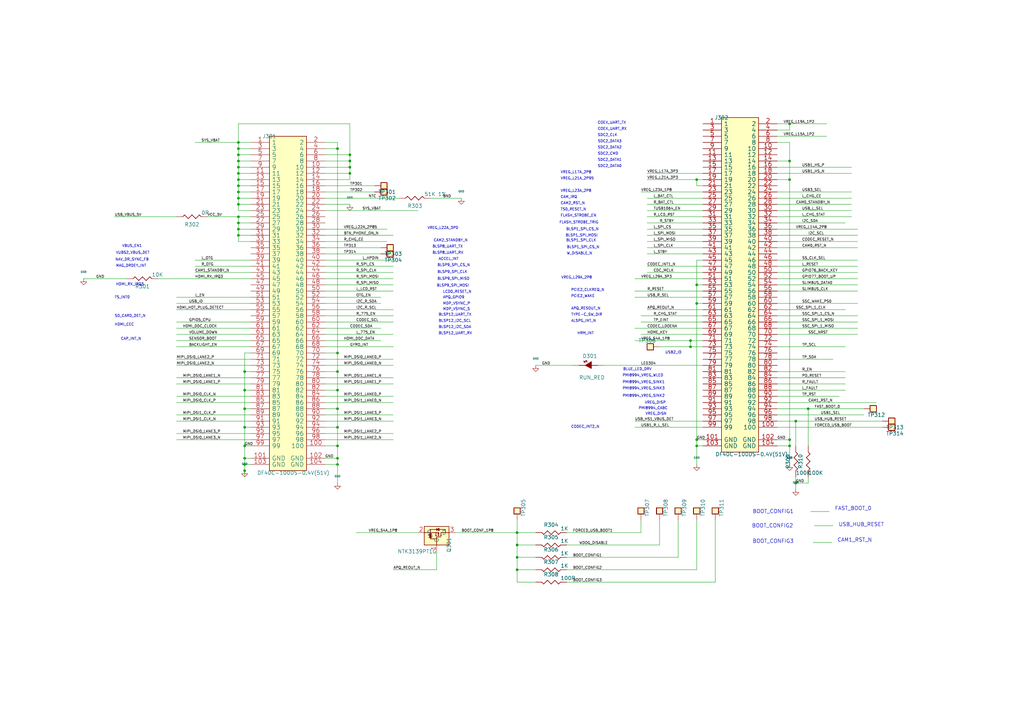
<source format=kicad_sch>
(kicad_sch (version 20211123) (generator eeschema)
  (paper "A3")
  (lib_symbols
    (symbol "Wireless Video Glass:DF40C-100DS-0.4V(51V)" (pin_names (offset 1.016))
      (property "Reference" "J" (at 0 0 0))
      (property "Value" "DF40C-100DS-0.4V(51V)" (at -2.54 -138.938 0))
      (symbol "DF40C-100DS-0.4V(51V)_0_1"
        (pin passive line (at -7.62 -2.54 0) (length 7.62) (name "1") (number "1"))
        (pin passive line (at 22.86 -12.7 180) (length 7.62) (name "10") (number "10"))
        (pin passive line (at 22.86 -127 180) (length 7.62) (name "100") (number "100"))
        (pin passive line (at -7.62 -132.08 0) (length 7.62) (name "GND") (number "101"))
        (pin passive line (at 22.86 -132.08 180) (length 7.62) (name "GND") (number "102"))
        (pin passive line (at -7.62 -134.62 0) (length 7.62) (name "GND") (number "103"))
        (pin passive line (at 22.86 -134.62 180) (length 7.62) (name "GND") (number "104"))
        (pin passive line (at -7.62 -15.24 0) (length 7.62) (name "11") (number "11"))
        (pin passive line (at 22.86 -15.24 180) (length 7.62) (name "12") (number "12"))
        (pin passive line (at -7.62 -17.78 0) (length 7.62) (name "13") (number "13"))
        (pin passive line (at 22.86 -17.78 180) (length 7.62) (name "14") (number "14"))
        (pin passive line (at -7.62 -20.32 0) (length 7.62) (name "15") (number "15"))
        (pin passive line (at 22.86 -20.32 180) (length 7.62) (name "16") (number "16"))
        (pin passive line (at -7.62 -22.86 0) (length 7.62) (name "17") (number "17"))
        (pin passive line (at 22.86 -22.86 180) (length 7.62) (name "18") (number "18"))
        (pin passive line (at -7.62 -25.4 0) (length 7.62) (name "19") (number "19"))
        (pin passive line (at 22.86 -2.54 180) (length 7.62) (name "2") (number "2"))
        (pin passive line (at 22.86 -25.4 180) (length 7.62) (name "20") (number "20"))
        (pin passive line (at -7.62 -27.94 0) (length 7.62) (name "21") (number "21"))
        (pin passive line (at 22.86 -27.94 180) (length 7.62) (name "22") (number "22"))
        (pin passive line (at -7.62 -30.48 0) (length 7.62) (name "23") (number "23"))
        (pin passive line (at 22.86 -30.48 180) (length 7.62) (name "24") (number "24"))
        (pin passive line (at -7.62 -33.02 0) (length 7.62) (name "25") (number "25"))
        (pin passive line (at 22.86 -33.02 180) (length 7.62) (name "26") (number "26"))
        (pin passive line (at -7.62 -35.56 0) (length 7.62) (name "27") (number "27"))
        (pin passive line (at 22.86 -35.56 180) (length 7.62) (name "28") (number "28"))
        (pin passive line (at -7.62 -38.1 0) (length 7.62) (name "29") (number "29"))
        (pin passive line (at -7.62 -5.08 0) (length 7.62) (name "3") (number "3"))
        (pin passive line (at 22.86 -38.1 180) (length 7.62) (name "30") (number "30"))
        (pin passive line (at -7.62 -40.64 0) (length 7.62) (name "31") (number "31"))
        (pin passive line (at 22.86 -40.64 180) (length 7.62) (name "32") (number "32"))
        (pin passive line (at -7.62 -43.18 0) (length 7.62) (name "33") (number "33"))
        (pin passive line (at 22.86 -43.18 180) (length 7.62) (name "34") (number "34"))
        (pin passive line (at -7.62 -45.72 0) (length 7.62) (name "35") (number "35"))
        (pin passive line (at 22.86 -45.72 180) (length 7.62) (name "36") (number "36"))
        (pin passive line (at -7.62 -48.26 0) (length 7.62) (name "37") (number "37"))
        (pin passive line (at 22.86 -48.26 180) (length 7.62) (name "38") (number "38"))
        (pin passive line (at -7.62 -50.8 0) (length 7.62) (name "39") (number "39"))
        (pin passive line (at 22.86 -5.08 180) (length 7.62) (name "4") (number "4"))
        (pin passive line (at 22.86 -50.8 180) (length 7.62) (name "40") (number "40"))
        (pin passive line (at -7.62 -53.34 0) (length 7.62) (name "41") (number "41"))
        (pin passive line (at 22.86 -53.34 180) (length 7.62) (name "42") (number "42"))
        (pin passive line (at -7.62 -55.88 0) (length 7.62) (name "43") (number "43"))
        (pin passive line (at 22.86 -55.88 180) (length 7.62) (name "44") (number "44"))
        (pin passive line (at -7.62 -58.42 0) (length 7.62) (name "45") (number "45"))
        (pin passive line (at 22.86 -58.42 180) (length 7.62) (name "46") (number "46"))
        (pin passive line (at -7.62 -60.96 0) (length 7.62) (name "47") (number "47"))
        (pin passive line (at 22.86 -60.96 180) (length 7.62) (name "48") (number "48"))
        (pin passive line (at -7.62 -63.5 0) (length 7.62) (name "49") (number "49"))
        (pin passive line (at -7.62 -7.62 0) (length 7.62) (name "5") (number "5"))
        (pin passive line (at 22.86 -63.5 180) (length 7.62) (name "50") (number "50"))
        (pin passive line (at -7.62 -66.04 0) (length 7.62) (name "51") (number "51"))
        (pin passive line (at 22.86 -66.04 180) (length 7.62) (name "52") (number "52"))
        (pin passive line (at -7.62 -68.58 0) (length 7.62) (name "53") (number "53"))
        (pin passive line (at 22.86 -68.58 180) (length 7.62) (name "54") (number "54"))
        (pin passive line (at -7.62 -71.12 0) (length 7.62) (name "55") (number "55"))
        (pin passive line (at 22.86 -71.12 180) (length 7.62) (name "56") (number "56"))
        (pin passive line (at -7.62 -73.66 0) (length 7.62) (name "57") (number "57"))
        (pin passive line (at 22.86 -73.66 180) (length 7.62) (name "58") (number "58"))
        (pin passive line (at -7.62 -76.2 0) (length 7.62) (name "59") (number "59"))
        (pin passive line (at 22.86 -7.62 180) (length 7.62) (name "6") (number "6"))
        (pin passive line (at 22.86 -76.2 180) (length 7.62) (name "60") (number "60"))
        (pin passive line (at -7.62 -78.74 0) (length 7.62) (name "61") (number "61"))
        (pin passive line (at 22.86 -78.74 180) (length 7.62) (name "62") (number "62"))
        (pin passive line (at -7.62 -81.28 0) (length 7.62) (name "63") (number "63"))
        (pin passive line (at 22.86 -81.28 180) (length 7.62) (name "64") (number "64"))
        (pin passive line (at -7.62 -83.82 0) (length 7.62) (name "65") (number "65"))
        (pin passive line (at 22.86 -83.82 180) (length 7.62) (name "66") (number "66"))
        (pin passive line (at -7.62 -86.36 0) (length 7.62) (name "67") (number "67"))
        (pin passive line (at 22.86 -86.36 180) (length 7.62) (name "68") (number "68"))
        (pin passive line (at -7.62 -88.9 0) (length 7.62) (name "69") (number "69"))
        (pin passive line (at -7.62 -10.16 0) (length 7.62) (name "7") (number "7"))
        (pin passive line (at 22.86 -88.9 180) (length 7.62) (name "70") (number "70"))
        (pin passive line (at -7.62 -91.44 0) (length 7.62) (name "71") (number "71"))
        (pin passive line (at 22.86 -91.44 180) (length 7.62) (name "72") (number "72"))
        (pin passive line (at -7.62 -93.98 0) (length 7.62) (name "73") (number "73"))
        (pin passive line (at 22.86 -93.98 180) (length 7.62) (name "74") (number "74"))
        (pin passive line (at -7.62 -96.52 0) (length 7.62) (name "75") (number "75"))
        (pin passive line (at 22.86 -96.52 180) (length 7.62) (name "76") (number "76"))
        (pin passive line (at -7.62 -99.06 0) (length 7.62) (name "77") (number "77"))
        (pin passive line (at 22.86 -99.06 180) (length 7.62) (name "78") (number "78"))
        (pin passive line (at -7.62 -101.6 0) (length 7.62) (name "79") (number "79"))
        (pin passive line (at 22.86 -10.16 180) (length 7.62) (name "8") (number "8"))
        (pin passive line (at 22.86 -101.6 180) (length 7.62) (name "80") (number "80"))
        (pin passive line (at -7.62 -104.14 0) (length 7.62) (name "81") (number "81"))
        (pin passive line (at 22.86 -104.14 180) (length 7.62) (name "82") (number "82"))
        (pin passive line (at -7.62 -106.68 0) (length 7.62) (name "83") (number "83"))
        (pin passive line (at 22.86 -106.68 180) (length 7.62) (name "84") (number "84"))
        (pin passive line (at -7.62 -109.22 0) (length 7.62) (name "85") (number "85"))
        (pin passive line (at 22.86 -109.22 180) (length 7.62) (name "86") (number "86"))
        (pin passive line (at -7.62 -111.76 0) (length 7.62) (name "87") (number "87"))
        (pin passive line (at 22.86 -111.76 180) (length 7.62) (name "88") (number "88"))
        (pin passive line (at -7.62 -114.3 0) (length 7.62) (name "89") (number "89"))
        (pin passive line (at -7.62 -12.7 0) (length 7.62) (name "9") (number "9"))
        (pin passive line (at 22.86 -114.3 180) (length 7.62) (name "90") (number "90"))
        (pin passive line (at -7.62 -116.84 0) (length 7.62) (name "91") (number "91"))
        (pin passive line (at 22.86 -116.84 180) (length 7.62) (name "92") (number "92"))
        (pin passive line (at -7.62 -119.38 0) (length 7.62) (name "93") (number "93"))
        (pin passive line (at 22.86 -119.38 180) (length 7.62) (name "94") (number "94"))
        (pin passive line (at -7.62 -121.92 0) (length 7.62) (name "95") (number "95"))
        (pin passive line (at 22.86 -121.92 180) (length 7.62) (name "96") (number "96"))
        (pin passive line (at -7.62 -124.46 0) (length 7.62) (name "97") (number "97"))
        (pin passive line (at 22.86 -124.46 180) (length 7.62) (name "98") (number "98"))
        (pin passive line (at -7.62 -127 0) (length 7.62) (name "99") (number "99"))
      )
    )
    (symbol "Wireless Video Glass:LED" (pin_numbers hide) (pin_names (offset 0) hide)
      (property "Reference" "D" (at -1.27 -3.175 90))
      (property "Value" "LED" (at 6.35 -5.08 90))
      (symbol "LED_0_1"
        (pin passive line (at 2.54 2.54 270) (length 2.54) (name "+") (number "1"))
        (pin passive line (at 2.54 -10.16 90) (length 2.54) (name "-") (number "2"))
      )
    )
    (symbol "Wireless Video Glass:PMOSFET" (pin_names (offset 1.016))
      (property "Reference" "Q" (at 0 0 0))
      (property "Value" "PMOSFET" (at -5.08 -1.778 90))
      (symbol "PMOSFET_0_1"
        (pin passive line (at 2.54 5.08 180) (length 2.54) (name "G") (number "1"))
        (pin passive line (at -5.08 12.7 270) (length 2.54) (name "S") (number "2"))
        (pin passive line (at -5.08 -2.54 90) (length 2.54) (name "D") (number "3"))
      )
    )
    (symbol "Wireless Video Glass:R" (pin_numbers hide) (pin_names (offset 0) hide)
      (property "Reference" "R" (at -0.635 -3.81 90))
      (property "Value" "R" (at 6.35 -4.445 90))
      (symbol "R_0_1"
        (pin passive line (at 2.54 2.54 270) (length 2.54) (name "1") (number "1"))
        (pin passive line (at 2.54 -10.16 90) (length 2.54) (name "2") (number "2"))
      )
    )
    (symbol "Wireless Video Glass:T_POINT_S" (pin_numbers hide) (pin_names (offset 1.016) hide)
      (property "Reference" "TP" (at 0 0 0))
      (symbol "T_POINT_S_1_1"
        (pin passive line (at 5.08 -2.54 180) (length 2.54) (name "1") (number "1"))
      )
    )
    (symbol "power:GND" (power) (pin_names (offset 0))
      (property "Value" "GND" (at 0 -3.81 0))
      (symbol "GND_1_1"
        (pin power_in line (at 0 0 270) (length 0) hide (name "GND") (number "1"))
      )
    )
  )
  (junction (at 143.51 71.12))
  (junction (at 138.43 167.64))
  (junction (at 285.75 73.66))
  (junction (at 100.33 190.5))
  (junction (at 97.79 83.82))
  (junction (at 283.21 139.7))
  (junction (at 100.33 187.96))
  (junction (at 212.09 218.44))
  (junction (at 212.09 233.68))
  (junction (at 323.85 50.8))
  (junction (at 138.43 144.78))
  (junction (at 100.33 193.04))
  (junction (at 138.43 160.02))
  (junction (at 285.75 182.88))
  (junction (at 97.79 60.96))
  (junction (at 97.79 76.2))
  (junction (at 212.09 228.6))
  (junction (at 138.43 182.88))
  (junction (at 326.39 172.72))
  (junction (at 326.39 198.12))
  (junction (at 143.51 68.58))
  (junction (at 331.47 167.64))
  (junction (at 285.75 124.46))
  (junction (at 97.79 81.28))
  (junction (at 97.79 78.74))
  (junction (at 138.43 152.4))
  (junction (at 97.79 58.42))
  (junction (at 285.75 180.34))
  (junction (at 97.79 63.5))
  (junction (at 97.79 91.44))
  (junction (at 138.43 175.26))
  (junction (at 97.79 93.98))
  (junction (at 97.79 71.12))
  (junction (at 143.51 63.5))
  (junction (at 97.79 73.66))
  (junction (at 100.33 167.64))
  (junction (at 323.85 182.88))
  (junction (at 323.85 180.34))
  (junction (at 97.79 66.04))
  (junction (at 100.33 160.02))
  (junction (at 97.79 68.58))
  (junction (at 100.33 182.88))
  (junction (at 138.43 60.96))
  (junction (at 138.43 187.96))
  (junction (at 97.79 88.9))
  (junction (at 323.85 73.66))
  (junction (at 323.85 66.04))
  (junction (at 143.51 66.04))
  (junction (at 100.33 175.26))
  (junction (at 212.09 223.52))
  (junction (at 100.33 152.4))
  (junction (at 285.75 116.84))
  (junction (at 97.79 96.52))
  (junction (at 283.21 142.24))
  (junction (at 138.43 190.5))
  (wire (pts (xy 133.35 121.92) (xy 156.21 121.92)))
  (wire (pts (xy 97.79 58.42) (xy 80.01 58.42)))
  (wire (pts (xy 318.77 119.38) (xy 351.79 119.38)))
  (wire (pts (xy 133.35 180.34) (xy 161.29 180.34)))
  (wire (pts (xy 72.39 147.32) (xy 102.87 147.32)))
  (wire (pts (xy 80.01 106.68) (xy 102.87 106.68)))
  (wire (pts (xy 331.47 198.12) (xy 326.39 198.12)))
  (wire (pts (xy 318.77 73.66) (xy 323.85 73.66)))
  (wire (pts (xy 97.79 78.74) (xy 102.87 78.74)))
  (wire (pts (xy 100.33 175.26) (xy 100.33 182.88)))
  (wire (pts (xy 318.77 78.74) (xy 349.25 78.74)))
  (wire (pts (xy 97.79 91.44) (xy 97.79 93.98)))
  (wire (pts (xy 318.77 157.48) (xy 346.71 157.48)))
  (wire (pts (xy 212.09 223.52) (xy 219.71 223.52)))
  (wire (pts (xy 341.63 215.646) (xy 334.01 215.646)))
  (wire (pts (xy 72.39 165.1) (xy 102.87 165.1)))
  (wire (pts (xy 323.85 180.34) (xy 318.77 180.34)))
  (wire (pts (xy 102.87 88.9) (xy 97.79 88.9)))
  (wire (pts (xy 318.77 81.28) (xy 349.25 81.28)))
  (wire (pts (xy 100.33 152.4) (xy 100.33 160.02)))
  (wire (pts (xy 340.106 209.804) (xy 332.486 209.804)))
  (wire (pts (xy 318.77 99.06) (xy 351.79 99.06)))
  (wire (pts (xy 179.07 233.68) (xy 161.29 233.68)))
  (wire (pts (xy 318.77 127) (xy 346.71 127)))
  (wire (pts (xy 97.79 78.74) (xy 97.79 81.28)))
  (wire (pts (xy 323.85 182.88) (xy 323.85 190.5)))
  (wire (pts (xy 133.35 60.96) (xy 138.43 60.96)))
  (wire (pts (xy 318.77 55.88) (xy 339.09 55.88)))
  (wire (pts (xy 133.35 167.64) (xy 138.43 167.64)))
  (wire (pts (xy 285.75 182.88) (xy 288.29 182.88)))
  (wire (pts (xy 133.35 66.04) (xy 143.51 66.04)))
  (wire (pts (xy 100.33 175.26) (xy 102.87 175.26)))
  (wire (pts (xy 285.75 124.46) (xy 285.75 180.34)))
  (wire (pts (xy 278.13 228.6) (xy 278.13 213.36)))
  (wire (pts (xy 212.09 218.44) (xy 212.09 223.52)))
  (wire (pts (xy 133.35 139.7) (xy 156.21 139.7)))
  (wire (pts (xy 133.35 129.54) (xy 161.29 129.54)))
  (wire (pts (xy 285.75 73.66) (xy 265.43 73.66)))
  (wire (pts (xy 232.41 228.6) (xy 278.13 228.6)))
  (wire (pts (xy 143.51 66.04) (xy 143.51 68.58)))
  (wire (pts (xy 265.43 86.36) (xy 288.29 86.36)))
  (wire (pts (xy 72.39 88.9) (xy 46.99 88.9)))
  (wire (pts (xy 212.09 213.36) (xy 212.09 218.44)))
  (wire (pts (xy 72.39 142.24) (xy 102.87 142.24)))
  (wire (pts (xy 133.35 157.48) (xy 161.29 157.48)))
  (wire (pts (xy 133.35 116.84) (xy 161.29 116.84)))
  (wire (pts (xy 97.79 86.36) (xy 102.87 86.36)))
  (wire (pts (xy 285.75 233.68) (xy 285.75 213.36)))
  (wire (pts (xy 176.53 81.28) (xy 189.23 81.28)))
  (wire (pts (xy 293.37 238.76) (xy 293.37 213.36)))
  (wire (pts (xy 72.39 149.86) (xy 102.87 149.86)))
  (wire (pts (xy 100.33 144.78) (xy 100.33 152.4)))
  (wire (pts (xy 265.43 91.44) (xy 288.29 91.44)))
  (wire (pts (xy 133.35 78.74) (xy 153.67 78.74)))
  (wire (pts (xy 318.77 53.34) (xy 323.85 53.34)))
  (wire (pts (xy 285.75 124.46) (xy 288.29 124.46)))
  (wire (pts (xy 318.77 165.1) (xy 359.41 165.1)))
  (wire (pts (xy 326.39 172.72) (xy 326.39 182.88)))
  (wire (pts (xy 323.85 58.42) (xy 323.85 66.04)))
  (wire (pts (xy 100.33 160.02) (xy 100.33 167.64)))
  (wire (pts (xy 265.43 93.98) (xy 288.29 93.98)))
  (wire (pts (xy 133.35 147.32) (xy 161.29 147.32)))
  (wire (pts (xy 318.77 58.42) (xy 323.85 58.42)))
  (wire (pts (xy 143.51 63.5) (xy 143.51 66.04)))
  (wire (pts (xy 262.89 218.44) (xy 262.89 213.36)))
  (wire (pts (xy 288.29 73.66) (xy 285.75 73.66)))
  (wire (pts (xy 283.21 142.24) (xy 270.51 142.24)))
  (wire (pts (xy 143.51 68.58) (xy 143.51 71.12)))
  (wire (pts (xy 138.43 58.42) (xy 138.43 60.96)))
  (wire (pts (xy 219.71 218.44) (xy 212.09 218.44)))
  (wire (pts (xy 265.43 83.82) (xy 288.29 83.82)))
  (wire (pts (xy 326.39 198.12) (xy 326.39 200.66)))
  (wire (pts (xy 138.43 167.64) (xy 138.43 175.26)))
  (wire (pts (xy 262.89 137.16) (xy 288.29 137.16)))
  (wire (pts (xy 285.75 182.88) (xy 285.75 190.5)))
  (wire (pts (xy 97.79 63.5) (xy 97.79 66.04)))
  (wire (pts (xy 100.33 182.88) (xy 100.33 187.96)))
  (wire (pts (xy 133.35 172.72) (xy 161.29 172.72)))
  (wire (pts (xy 97.79 88.9) (xy 85.09 88.9)))
  (wire (pts (xy 138.43 187.96) (xy 138.43 190.5)))
  (wire (pts (xy 285.75 76.2) (xy 288.29 76.2)))
  (wire (pts (xy 133.35 132.08) (xy 161.29 132.08)))
  (wire (pts (xy 133.35 152.4) (xy 138.43 152.4)))
  (wire (pts (xy 323.85 53.34) (xy 323.85 50.8)))
  (wire (pts (xy 265.43 104.14) (xy 288.29 104.14)))
  (wire (pts (xy 102.87 58.42) (xy 97.79 58.42)))
  (wire (pts (xy 331.47 195.58) (xy 331.47 198.12)))
  (wire (pts (xy 97.79 68.58) (xy 102.87 68.58)))
  (wire (pts (xy 64.77 114.3) (xy 102.87 114.3)))
  (wire (pts (xy 133.35 63.5) (xy 143.51 63.5)))
  (wire (pts (xy 97.79 50.8) (xy 97.79 58.42)))
  (wire (pts (xy 260.35 114.3) (xy 288.29 114.3)))
  (wire (pts (xy 318.77 86.36) (xy 349.25 86.36)))
  (wire (pts (xy 260.35 119.38) (xy 288.29 119.38)))
  (wire (pts (xy 72.39 134.62) (xy 102.87 134.62)))
  (wire (pts (xy 265.43 111.76) (xy 288.29 111.76)))
  (wire (pts (xy 133.35 190.5) (xy 138.43 190.5)))
  (wire (pts (xy 133.35 177.8) (xy 161.29 177.8)))
  (wire (pts (xy 212.09 233.68) (xy 219.71 233.68)))
  (wire (pts (xy 143.51 50.8) (xy 97.79 50.8)))
  (wire (pts (xy 331.47 167.64) (xy 331.47 182.88)))
  (wire (pts (xy 72.39 121.92) (xy 102.87 121.92)))
  (wire (pts (xy 97.79 60.96) (xy 97.79 63.5)))
  (wire (pts (xy 260.35 175.26) (xy 288.29 175.26)))
  (wire (pts (xy 102.87 182.88) (xy 100.33 182.88)))
  (wire (pts (xy 97.79 60.96) (xy 102.87 60.96)))
  (wire (pts (xy 318.77 111.76) (xy 351.79 111.76)))
  (wire (pts (xy 97.79 81.28) (xy 97.79 83.82)))
  (wire (pts (xy 260.35 134.62) (xy 288.29 134.62)))
  (wire (pts (xy 133.35 106.68) (xy 161.29 106.68)))
  (wire (pts (xy 318.77 137.16) (xy 351.79 137.16)))
  (wire (pts (xy 97.79 71.12) (xy 102.87 71.12)))
  (wire (pts (xy 331.47 167.64) (xy 318.77 167.64)))
  (wire (pts (xy 133.35 137.16) (xy 161.29 137.16)))
  (wire (pts (xy 133.35 83.82) (xy 143.51 83.82)))
  (wire (pts (xy 97.79 76.2) (xy 97.79 78.74)))
  (wire (pts (xy 133.35 127) (xy 161.29 127)))
  (wire (pts (xy 100.33 187.96) (xy 100.33 190.5)))
  (wire (pts (xy 133.35 93.98) (xy 158.75 93.98)))
  (wire (pts (xy 97.79 88.9) (xy 97.79 91.44)))
  (wire (pts (xy 72.39 172.72) (xy 102.87 172.72)))
  (wire (pts (xy 133.35 119.38) (xy 161.29 119.38)))
  (wire (pts (xy 100.33 167.64) (xy 100.33 175.26)))
  (wire (pts (xy 318.77 154.94) (xy 346.71 154.94)))
  (wire (pts (xy 288.29 106.68) (xy 285.75 106.68)))
  (wire (pts (xy 138.43 190.5) (xy 138.43 198.12)))
  (wire (pts (xy 72.39 177.8) (xy 102.87 177.8)))
  (wire (pts (xy 318.77 83.82) (xy 349.25 83.82)))
  (wire (pts (xy 97.79 81.28) (xy 102.87 81.28)))
  (wire (pts (xy 133.35 134.62) (xy 156.21 134.62)))
  (wire (pts (xy 232.41 223.52) (xy 270.51 223.52)))
  (wire (pts (xy 97.79 83.82) (xy 102.87 83.82)))
  (wire (pts (xy 72.39 124.46) (xy 102.87 124.46)))
  (wire (pts (xy 318.77 93.98) (xy 351.79 93.98)))
  (wire (pts (xy 318.77 175.26) (xy 361.95 175.26)))
  (wire (pts (xy 156.21 101.6) (xy 133.35 101.6)))
  (wire (pts (xy 283.21 139.7) (xy 260.35 139.7)))
  (wire (pts (xy 97.79 96.52) (xy 97.79 99.06)))
  (wire (pts (xy 323.85 50.8) (xy 318.77 50.8)))
  (wire (pts (xy 133.35 96.52) (xy 161.29 96.52)))
  (wire (pts (xy 318.77 101.6) (xy 351.79 101.6)))
  (wire (pts (xy 262.89 78.74) (xy 288.29 78.74)))
  (wire (pts (xy 288.29 142.24) (xy 283.21 142.24)))
  (wire (pts (xy 138.43 160.02) (xy 138.43 167.64)))
  (wire (pts (xy 318.77 129.54) (xy 351.79 129.54)))
  (wire (pts (xy 100.33 190.5) (xy 100.33 193.04)))
  (wire (pts (xy 265.43 71.12) (xy 288.29 71.12)))
  (wire (pts (xy 285.75 180.34) (xy 285.75 182.88)))
  (wire (pts (xy 133.35 111.76) (xy 161.29 111.76)))
  (wire (pts (xy 318.77 106.68) (xy 351.79 106.68)))
  (wire (pts (xy 354.33 167.64) (xy 331.47 167.64)))
  (wire (pts (xy 133.35 86.36) (xy 171.45 86.36)))
  (wire (pts (xy 102.87 144.78) (xy 100.33 144.78)))
  (wire (pts (xy 318.77 160.02) (xy 346.71 160.02)))
  (wire (pts (xy 351.79 114.3) (xy 318.77 114.3)))
  (wire (pts (xy 232.41 238.76) (xy 293.37 238.76)))
  (wire (pts (xy 285.75 73.66) (xy 285.75 76.2)))
  (wire (pts (xy 212.09 223.52) (xy 212.09 228.6)))
  (wire (pts (xy 133.35 114.3) (xy 161.29 114.3)))
  (wire (pts (xy 133.35 149.86) (xy 161.29 149.86)))
  (wire (pts (xy 318.77 152.4) (xy 346.71 152.4)))
  (wire (pts (xy 212.09 218.44) (xy 186.69 218.44)))
  (wire (pts (xy 361.95 172.72) (xy 326.39 172.72)))
  (wire (pts (xy 72.39 162.56) (xy 102.87 162.56)))
  (wire (pts (xy 262.89 129.54) (xy 288.29 129.54)))
  (wire (pts (xy 318.77 66.04) (xy 323.85 66.04)))
  (wire (pts (xy 318.77 116.84) (xy 351.79 116.84)))
  (wire (pts (xy 133.35 162.56) (xy 161.29 162.56)))
  (wire (pts (xy 288.29 149.86) (xy 247.65 149.86)))
  (wire (pts (xy 262.89 132.08) (xy 288.29 132.08)))
  (wire (pts (xy 72.39 157.48) (xy 102.87 157.48)))
  (wire (pts (xy 288.29 139.7) (xy 283.21 139.7)))
  (wire (pts (xy 133.35 165.1) (xy 161.29 165.1)))
  (wire (pts (xy 133.35 142.24) (xy 161.29 142.24)))
  (wire (pts (xy 341.122 222.504) (xy 333.502 222.504)))
  (wire (pts (xy 232.41 233.68) (xy 285.75 233.68)))
  (wire (pts (xy 100.33 152.4) (xy 102.87 152.4)))
  (wire (pts (xy 318.77 182.88) (xy 323.85 182.88)))
  (wire (pts (xy 97.79 73.66) (xy 97.79 76.2)))
  (wire (pts (xy 323.85 66.04) (xy 323.85 73.66)))
  (wire (pts (xy 339.09 50.8) (xy 323.85 50.8)))
  (wire (pts (xy 34.29 114.3) (xy 52.07 114.3)))
  (wire (pts (xy 265.43 96.52) (xy 288.29 96.52)))
  (wire (pts (xy 326.39 172.72) (xy 318.77 172.72)))
  (wire (pts (xy 97.79 66.04) (xy 102.87 66.04)))
  (wire (pts (xy 97.79 91.44) (xy 102.87 91.44)))
  (wire (pts (xy 265.43 88.9) (xy 288.29 88.9)))
  (wire (pts (xy 133.35 99.06) (xy 158.75 99.06)))
  (wire (pts (xy 138.43 182.88) (xy 138.43 187.96)))
  (wire (pts (xy 318.77 68.58) (xy 349.25 68.58)))
  (wire (pts (xy 72.39 139.7) (xy 102.87 139.7)))
  (wire (pts (xy 265.43 101.6) (xy 288.29 101.6)))
  (wire (pts (xy 212.09 233.68) (xy 212.09 238.76)))
  (wire (pts (xy 143.51 71.12) (xy 133.35 71.12)))
  (wire (pts (xy 100.33 167.64) (xy 102.87 167.64)))
  (wire (pts (xy 97.79 93.98) (xy 97.79 96.52)))
  (wire (pts (xy 133.35 182.88) (xy 138.43 182.88)))
  (wire (pts (xy 318.77 124.46) (xy 351.79 124.46)))
  (wire (pts (xy 97.79 73.66) (xy 102.87 73.66)))
  (wire (pts (xy 72.39 180.34) (xy 102.87 180.34)))
  (wire (pts (xy 133.35 68.58) (xy 143.51 68.58)))
  (wire (pts (xy 133.35 154.94) (xy 161.29 154.94)))
  (wire (pts (xy 97.79 63.5) (xy 102.87 63.5)))
  (wire (pts (xy 146.05 218.44) (xy 171.45 218.44)))
  (wire (pts (xy 102.87 190.5) (xy 100.33 190.5)))
  (wire (pts (xy 97.79 96.52) (xy 102.87 96.52)))
  (wire (pts (xy 265.43 99.06) (xy 288.29 99.06)))
  (wire (pts (xy 285.75 106.68) (xy 285.75 116.84)))
  (wire (pts (xy 80.01 109.22) (xy 102.87 109.22)))
  (wire (pts (xy 133.35 73.66) (xy 143.51 73.66)))
  (wire (pts (xy 260.35 172.72) (xy 288.29 172.72)))
  (wire (pts (xy 283.21 139.7) (xy 283.21 142.24)))
  (wire (pts (xy 138.43 175.26) (xy 138.43 182.88)))
  (wire (pts (xy 212.09 228.6) (xy 219.71 228.6)))
  (wire (pts (xy 318.77 162.56) (xy 344.17 162.56)))
  (wire (pts (xy 265.43 127) (xy 288.29 127)))
  (wire (pts (xy 318.77 91.44) (xy 346.71 91.44)))
  (wire (pts (xy 97.79 76.2) (xy 102.87 76.2)))
  (wire (pts (xy 133.35 124.46) (xy 156.21 124.46)))
  (wire (pts (xy 133.35 187.96) (xy 138.43 187.96)))
  (wire (pts (xy 318.77 134.62) (xy 351.79 134.62)))
  (wire (pts (xy 133.35 58.42) (xy 138.43 58.42)))
  (wire (pts (xy 133.35 109.22) (xy 161.29 109.22)))
  (wire (pts (xy 133.35 104.14) (xy 156.21 104.14)))
  (wire (pts (xy 179.07 226.06) (xy 179.07 233.68)))
  (wire (pts (xy 97.79 99.06) (xy 102.87 99.06)))
  (wire (pts (xy 219.71 149.86) (xy 234.95 149.86)))
  (wire (pts (xy 72.39 127) (xy 102.87 127)))
  (wire (pts (xy 265.43 81.28) (xy 288.29 81.28)))
  (wire (pts (xy 318.77 109.22) (xy 351.79 109.22)))
  (wire (pts (xy 323.85 180.34) (xy 323.85 182.88)))
  (wire (pts (xy 260.35 121.92) (xy 288.29 121.92)))
  (wire (pts (xy 323.85 73.66) (xy 323.85 180.34)))
  (wire (pts (xy 318.77 132.08) (xy 351.79 132.08)))
  (wire (pts (xy 318.77 142.24) (xy 346.71 142.24)))
  (wire (pts (xy 285.75 180.34) (xy 288.29 180.34)))
  (wire (pts (xy 100.33 193.04) (xy 100.33 195.58)))
  (wire (pts (xy 138.43 152.4) (xy 138.43 160.02)))
  (wire (pts (xy 212.09 238.76) (xy 219.71 238.76)))
  (wire (pts (xy 138.43 144.78) (xy 138.43 152.4)))
  (wire (pts (xy 318.77 71.12) (xy 349.25 71.12)))
  (wire (pts (xy 97.79 66.04) (xy 97.79 68.58)))
  (wire (pts (xy 285.75 116.84) (xy 285.75 124.46)))
  (wire (pts (xy 285.75 116.84) (xy 288.29 116.84)))
  (wire (pts (xy 143.51 63.5) (xy 143.51 50.8)))
  (wire (pts (xy 133.35 160.02) (xy 138.43 160.02)))
  (wire (pts (xy 100.33 187.96) (xy 102.87 187.96)))
  (wire (pts (xy 72.39 170.18) (xy 102.87 170.18)))
  (wire (pts (xy 133.35 170.18) (xy 161.29 170.18)))
  (wire (pts (xy 265.43 109.22) (xy 288.29 109.22)))
  (wire (pts (xy 318.77 88.9) (xy 349.25 88.9)))
  (wire (pts (xy 133.35 81.28) (xy 163.83 81.28)))
  (wire (pts (xy 318.77 147.32) (xy 341.63 147.32)))
  (wire (pts (xy 97.79 68.58) (xy 97.79 71.12)))
  (wire (pts (xy 270.51 223.52) (xy 270.51 213.36)))
  (wire (pts (xy 72.39 154.94) (xy 102.87 154.94)))
  (wire (pts (xy 97.79 58.42) (xy 97.79 60.96)))
  (wire (pts (xy 80.01 111.76) (xy 102.87 111.76)))
  (wire (pts (xy 143.51 73.66) (xy 143.51 71.12)))
  (wire (pts (xy 133.35 175.26) (xy 138.43 175.26)))
  (wire (pts (xy 318.77 96.52) (xy 351.79 96.52)))
  (wire (pts (xy 97.79 93.98) (xy 102.87 93.98)))
  (wire (pts (xy 97.79 83.82) (xy 97.79 86.36)))
  (wire (pts (xy 133.35 144.78) (xy 138.43 144.78)))
  (wire (pts (xy 138.43 60.96) (xy 138.43 144.78)))
  (wire (pts (xy 212.09 228.6) (xy 212.09 233.68)))
  (wire (pts (xy 232.41 218.44) (xy 262.89 218.44)))
  (wire (pts (xy 133.35 76.2) (xy 153.67 76.2)))
  (wire (pts (xy 326.39 195.58) (xy 326.39 198.12)))
  (wire (pts (xy 72.39 137.16) (xy 102.87 137.16)))
  (wire (pts (xy 318.77 170.18) (xy 354.33 170.18)))
  (wire (pts (xy 97.79 71.12) (xy 97.79 73.66)))
  (wire (pts (xy 100.33 160.02) (xy 102.87 160.02)))
  (wire (pts (xy 72.39 132.08) (xy 102.87 132.08)))
  (text "VREG_DISP" (at 264.414 165.862 0) (effects (font (size 1.0668 1.0668)) (justify left bottom)))
  (text "BLUE_LED_DRV" (at 255.524 152.146 0) (effects (font (size 1.0668 1.0668)) (justify left bottom)))
  (text "BLSP8_UART_RX" (at 177.292 104.394 0) (effects (font (size 1.0668 1.0668)) (justify left bottom)))
  (text "CAM2_RST_N" (at 229.87 84.074 0) (effects (font (size 1.0668 1.0668)) (justify left bottom)))
  (text "VREG_L23A_2P8" (at 229.87 78.994 0) (effects (font (size 1.0668 1.0668)) (justify left bottom)))
  (text "FLASH_STROBE_TRIG" (at 229.362 91.948 0) (effects (font (size 1.0668 1.0668)) (justify left bottom)))
  (text "SDC2_DATA1" (at 245.11 66.294 0) (effects (font (size 1.0668 1.0668)) (justify left bottom)))
  (text "BLSP9_SPI_MOSI" (at 179.07 117.856 0) (effects (font (size 1.0668 1.0668)) (justify left bottom)))
  (text "PMI8994_CABC" (at 261.874 168.148 0) (effects (font (size 1.0668 1.0668)) (justify left bottom)))
  (text "BLSP12_UART_RX" (at 179.832 137.414 0) (effects (font (size 1.0668 1.0668)) (justify left bottom)))
  (text "HDMI_RX_IRQ3" (at 47.498 117.348 0) (effects (font (size 1.0668 1.0668)) (justify left bottom)))
  (text "BOOT_CONFIG2" (at 308.356 216.662 0) (effects (font (size 1.524 1.524)) (justify left bottom)))
  (text "NAV_DR_SYNC_FB" (at 47.244 107.188 0) (effects (font (size 1.0668 1.0668)) (justify left bottom)))
  (text "W_DISABLE_N" (at 232.41 104.648 0) (effects (font (size 1.0668 1.0668)) (justify left bottom)))
  (text "VUBS2_VBUS_DET" (at 47.498 104.394 0) (effects (font (size 1.0668 1.0668)) (justify left bottom)))
  (text "CAM_IRQ" (at 229.87 81.534 0) (effects (font (size 1.0668 1.0668)) (justify left bottom)))
  (text "APQ_GPIO9" (at 181.61 122.682 0) (effects (font (size 1.0668 1.0668)) (justify left bottom)))
  (text "TS_INT0" (at 46.99 122.682 0) (effects (font (size 1.0668 1.0668)) (justify left bottom)))
  (text "TS0_RESET_N" (at 229.87 86.614 0) (effects (font (size 1.0668 1.0668)) (justify left bottom)))
  (text "BLSP1_SPI_MOSI" (at 231.902 97.282 0) (effects (font (size 1.0668 1.0668)) (justify left bottom)))
  (text "TYPE-C_SW_DIR" (at 234.188 129.794 0) (effects (font (size 1.0668 1.0668)) (justify left bottom)))
  (text "COEX_UART_TX" (at 245.11 51.054 0) (effects (font (size 1.0668 1.0668)) (justify left bottom)))
  (text "PMI8994_VREG_SINK1" (at 255.27 157.48 0) (effects (font (size 1.0668 1.0668)) (justify left bottom)))
  (text "SDC2_DATA0" (at 245.11 68.834 0) (effects (font (size 1.0668 1.0668)) (justify left bottom)))
  (text "VREG_L29A_2P8" (at 230.124 114.554 0) (effects (font (size 1.0668 1.0668)) (justify left bottom)))
  (text "CAP_INT_N" (at 49.53 139.7 0) (effects (font (size 1.0668 1.0668)) (justify left bottom)))
  (text "LCD0_RESET_N" (at 181.61 120.396 0) (effects (font (size 1.0668 1.0668)) (justify left bottom)))
  (text "VREG_L21A_2P95" (at 229.87 73.914 0) (effects (font (size 1.0668 1.0668)) (justify left bottom)))
  (text "PCIE2_CLKREQ_N" (at 234.188 119.634 0) (effects (font (size 1.0668 1.0668)) (justify left bottom)))
  (text "CODEC_INT2_N" (at 234.188 175.768 0) (effects (font (size 1.0668 1.0668)) (justify left bottom)))
  (text "SDC2_CLK" (at 245.11 56.134 0) (effects (font (size 1.0668 1.0668)) (justify left bottom)))
  (text "FLASH_STROBE_EN" (at 229.87 89.154 0) (effects (font (size 1.0668 1.0668)) (justify left bottom)))
  (text "PCIE2_WAKE" (at 234.188 122.174 0) (effects (font (size 1.0668 1.0668)) (justify left bottom)))
  (text "CAM1_RST_N" (at 343.408 222.504 0) (effects (font (size 1.524 1.524)) (justify left bottom)))
  (text "BOOT_CONFIG3" (at 308.61 223.012 0) (effects (font (size 1.524 1.524)) (justify left bottom)))
  (text "BLSP12_UART_TX" (at 179.832 129.794 0) (effects (font (size 1.0668 1.0668)) (justify left bottom)))
  (text "HRM_INT" (at 236.728 137.414 0) (effects (font (size 1.0668 1.0668)) (justify left bottom)))
  (text "BLSP12_I2C_SDA" (at 179.832 134.874 0) (effects (font (size 1.0668 1.0668)) (justify left bottom)))
  (text "MAG_DRDEY_INT" (at 47.498 109.728 0) (effects (font (size 1.0668 1.0668)) (justify left bottom)))
  (text "VREG_L22A_3P0" (at 175.26 94.234 0) (effects (font (size 1.0668 1.0668)) (justify left bottom)))
  (text "SD_CARD_DET_N" (at 46.99 130.302 0) (effects (font (size 1.0668 1.0668)) (justify left bottom)))
  (text "PMI8994_VREG_WLED" (at 255.27 154.686 0) (effects (font (size 1.0668 1.0668)) (justify left bottom)))
  (text "ALSPG_INT_N" (at 234.188 132.334 0) (effects (font (size 1.0668 1.0668)) (justify left bottom)))
  (text "VREG_L17A_2P8" (at 229.87 71.374 0) (effects (font (size 1.0668 1.0668)) (justify left bottom)))
  (text "USB_HUB_RESET" (at 343.916 216.154 0) (effects (font (size 1.524 1.524)) (justify left bottom)))
  (text "BLSP1_SPI_CS_N" (at 232.156 94.742 0) (effects (font (size 1.0668 1.0668)) (justify left bottom)))
  (text "BLSP9_SPI_MISO" (at 179.324 115.062 0) (effects (font (size 1.0668 1.0668)) (justify left bottom)))
  (text "BLSP8_UART_TX" (at 177.292 101.854 0) (effects (font (size 1.0668 1.0668)) (justify left bottom)))
  (text "MDP_VSYNC_P" (at 181.61 125.222 0) (effects (font (size 1.0668 1.0668)) (justify left bottom)))
  (text "VREG_DISN" (at 264.668 170.434 0) (effects (font (size 1.0668 1.0668)) (justify left bottom)))
  (text "APQ_RESOUT_N" (at 234.188 127.254 0) (effects (font (size 1.0668 1.0668)) (justify left bottom)))
  (text "BLSP9_SPI_CLK" (at 179.324 112.268 0) (effects (font (size 1.0668 1.0668)) (justify left bottom)))
  (text "SDC2_CMD" (at 245.11 63.754 0) (effects (font (size 1.0668 1.0668)) (justify left bottom)))
  (text "FAST_BOOT_0" (at 342.392 209.55 0) (effects (font (size 1.524 1.524)) (justify left bottom)))
  (text "MDP_VSYNC_S" (at 181.61 127.508 0) (effects (font (size 1.0668 1.0668)) (justify left bottom)))
  (text "SDC2_DATA3" (at 245.11 58.674 0) (effects (font (size 1.0668 1.0668)) (justify left bottom)))
  (text "CAM2_STANDBY_N" (at 177.8 99.314 0) (effects (font (size 1.0668 1.0668)) (justify left bottom)))
  (text "USB2_ID" (at 272.796 145.288 0) (effects (font (size 1.0668 1.0668)) (justify left bottom)))
  (text "BLSP9_SPI_CS_N" (at 179.324 109.474 0) (effects (font (size 1.0668 1.0668)) (justify left bottom)))
  (text "ACCEL_INT" (at 179.832 106.934 0) (effects (font (size 1.0668 1.0668)) (justify left bottom)))
  (text "BLSP1_SPI_CS_N" (at 232.41 102.108 0) (effects (font (size 1.0668 1.0668)) (justify left bottom)))
  (text "HDMI_CEC" (at 46.99 133.858 0) (effects (font (size 1.0668 1.0668)) (justify left bottom)))
  (text "COEX_UART_RX" (at 245.11 53.594 0) (effects (font (size 1.0668 1.0668)) (justify left bottom)))
  (text "PMI8994_VREG_SINK3" (at 255.27 160.02 0) (effects (font (size 1.0668 1.0668)) (justify left bottom)))
  (text "BLSP1_SPI_CLK" (at 232.156 99.314 0) (effects (font (size 1.0668 1.0668)) (justify left bottom)))
  (text "BOOT_CONFIG1" (at 308.61 210.82 0) (effects (font (size 1.524 1.524)) (justify left bottom)))
  (text "VBUS_EN1" (at 50.038 101.6 0) (effects (font (size 1.0668 1.0668)) (justify left bottom)))
  (text "SDC2_DATA2" (at 245.11 61.214 0) (effects (font (size 1.0668 1.0668)) (justify left bottom)))
  (text "BLSP12_I2C_SCL" (at 179.832 132.334 0) (effects (font (size 1.0668 1.0668)) (justify left bottom)))
  (text "PMI8994_VREG_SINK2" (at 255.27 163.068 0) (effects (font (size 1.0668 1.0668)) (justify left bottom)))
  (label "SSC_SPI_1_CS_N" (at 328.93 129.54 0) (effects (font (size 1.0668 1.0668))))
  (label "R_STBY" (at 270.51 91.44 0) (effects (font (size 1.0668 1.0668))))
  (label "L_SPI_CS" (at 267.97 93.98 0) (effects (font (size 1.0668 1.0668))))
  (label "L_EN" (at 80.01 121.92 0) (effects (font (size 1.0668 1.0668))))
  (label "L_SPI_CLK" (at 267.97 101.6 0) (effects (font (size 1.0668 1.0668))))
  (label "MIPI_DSI1_CLK_N" (at 74.93 172.72 0) (effects (font (size 1.0668 1.0668))))
  (label "I2C_SCL" (at 331.47 96.52 0) (effects (font (size 1.0668 1.0668))))
  (label "R_BAT_CTL" (at 267.97 83.82 0) (effects (font (size 1.0668 1.0668))))
  (label "VREG_L22A_2P85" (at 140.97 93.98 0) (effects (font (size 1.0668 1.0668))))
  (label "FORCED_USB_BOOT" (at 334.01 175.26 0) (effects (font (size 1.0668 1.0668))))
  (label "FORCED_USB_BOOT1" (at 234.95 218.44 0) (effects (font (size 1.0668 1.0668))))
  (label "USB_VBUS_5V" (at 46.99 88.9 0) (effects (font (size 1.0668 1.0668))))
  (label "BOOT_CONFIG1" (at 234.95 228.6 0) (effects (font (size 1.0668 1.0668))))
  (label "MIPI_DSI1_LANE1_N" (at 140.97 154.94 0) (effects (font (size 1.0668 1.0668))))
  (label "R_EN" (at 328.93 152.4 0) (effects (font (size 1.0668 1.0668))))
  (label "OTG_EN" (at 146.05 121.92 0) (effects (font (size 1.0668 1.0668))))
  (label "VREG_L19A_1P2" (at 321.31 50.8 0) (effects (font (size 1.0668 1.0668))))
  (label "VREG_S4A_1P8" (at 151.13 218.44 0) (effects (font (size 1.0668 1.0668))))
  (label "HDMI_HOT_PLUG_DETECT" (at 72.39 127 0) (effects (font (size 1.0668 1.0668))))
  (label "I2C_R_SDA" (at 146.05 124.46 0) (effects (font (size 1.0668 1.0668))))
  (label "GND" (at 133.35 187.96 0) (effects (font (size 1.0668 1.0668))))
  (label "L_SPI_MISO" (at 267.97 99.06 0) (effects (font (size 1.0668 1.0668))))
  (label "MIPI_DSI1_LANE3_P" (at 140.97 170.18 0) (effects (font (size 1.0668 1.0668))))
  (label "VREG_L14A_2P8" (at 326.39 93.98 0) (effects (font (size 1.0668 1.0668))))
  (label "USB_L_SEL" (at 328.93 86.36 0) (effects (font (size 1.0668 1.0668))))
  (label "SSC_SPI_1_MISO" (at 328.93 134.62 0) (effects (font (size 1.0668 1.0668))))
  (label "L_STBY" (at 267.97 104.14 0) (effects (font (size 1.0668 1.0668))))
  (label "R_RESET" (at 265.43 119.38 0) (effects (font (size 1.0668 1.0668))))
  (label "TP_SCL" (at 328.93 142.24 0) (effects (font (size 1.0668 1.0668))))
  (label "CODEC_LDOENA" (at 265.43 134.62 0) (effects (font (size 1.0668 1.0668))))
  (label "HDMI_RX_IRQ3" (at 80.01 114.3 0) (effects (font (size 1.0668 1.0668))))
  (label "MIPI_DSI1_LANE2_P" (at 140.97 177.8 0) (effects (font (size 1.0668 1.0668))))
  (label "MIPI_DSI0_LANE1_P" (at 74.93 157.48 0) (effects (font (size 1.0668 1.0668))))
  (label "GPIO76_BACK_KEY" (at 328.93 111.76 0) (effects (font (size 1.0668 1.0668))))
  (label "CODEC_SDA" (at 143.51 134.62 0) (effects (font (size 1.0668 1.0668))))
  (label "VREG_L21A_3P3" (at 265.43 73.66 0) (effects (font (size 1.0668 1.0668))))
  (label "APQ_REOUT_N" (at 265.43 127 0) (effects (font (size 1.0668 1.0668))))
  (label "GPIO5_CPU" (at 77.47 132.08 0) (effects (font (size 1.0668 1.0668))))
  (label "R_FAULT" (at 328.93 157.48 0) (effects (font (size 1.0668 1.0668))))
  (label "L_FAULT" (at 328.93 160.02 0) (effects (font (size 1.0668 1.0668))))
  (label "GND" (at 326.39 198.12 0) (effects (font (size 1.0668 1.0668))))
  (label "VREG_L23A_1P8" (at 262.89 78.74 0) (effects (font (size 1.0668 1.0668))))
  (label "PD_RESET" (at 328.93 154.94 0) (effects (font (size 1.0668 1.0668))))
  (label "TP314" (at 140.97 104.14 0) (effects (font (size 1.0668 1.0668))))
  (label "GPIO77_BOOT_UP" (at 328.93 114.3 0) (effects (font (size 1.0668 1.0668))))
  (label "SSC_NRST" (at 331.47 137.16 0) (effects (font (size 1.0668 1.0668))))
  (label "R_775_EN" (at 146.05 129.54 0) (effects (font (size 1.0668 1.0668))))
  (label "USB_R_SEL" (at 265.43 121.92 0) (effects (font (size 1.0668 1.0668))))
  (label "TP302" (at 143.51 78.74 0) (effects (font (size 1.0668 1.0668))))
  (label "R_CHG_CE" (at 140.97 99.06 0) (effects (font (size 1.0668 1.0668))))
  (label "L_SPI_MOSI" (at 267.97 96.52 0) (effects (font (size 1.0668 1.0668))))
  (label "L_CHG_CE" (at 328.93 81.28 0) (effects (font (size 1.0668 1.0668))))
  (label "GND" (at 285.75 180.34 0) (effects (font (size 1.0668 1.0668))))
  (label "SYS_VBAT" (at 82.55 58.42 0) (effects (font (size 1.0668 1.0668))))
  (label "SSC_SPI_1_MOSI" (at 328.93 132.08 0) (effects (font (size 1.0668 1.0668))))
  (label "SYS_VBAT" (at 148.59 86.36 0) (effects (font (size 1.0668 1.0668))))
  (label "R_LCD_RST" (at 267.97 88.9 0) (effects (font (size 1.0668 1.0668))))
  (label "SLIMBUS_DATA0" (at 328.93 116.84 0) (effects (font (size 1.0668 1.0668))))
  (label "SENSOR_BOOT" (at 77.47 139.7 0) (effects (font (size 1.0668 1.0668))))
  (label "VCC_5V" (at 85.09 88.9 0) (effects (font (size 1.0668 1.0668))))
  (label "GND" (at 318.77 180.34 0) (effects (font (size 1.0668 1.0668))))
  (label "SSC_SPI_1_CLK" (at 326.39 127 0) (effects (font (size 1.0668 1.0668))))
  (label "FAST_BOOT_0" (at 334.01 167.64 0) (effects (font (size 1.0668 1.0668))))
  (label "USB3_SEL" (at 328.93 78.74 0) (effects (font (size 1.0668 1.0668))))
  (label "L_775_EN" (at 146.05 137.16 0) (effects (font (size 1.0668 1.0668))))
  (label "I2C_SDA" (at 328.93 91.44 0) (effects (font (size 1.0668 1.0668))))
  (label "MIPI_DSI1_CLK_P" (at 74.93 170.18 0) (effects (font (size 1.0668 1.0668))))
  (label "VREG_S4A_1P8" (at 262.89 139.7 0) (effects (font (size 1.0668 1.0668))))
  (label "SSC_WAKE_PS0" (at 328.93 124.46 0) (effects (font (size 1.0668 1.0668))))
  (label "VREG_L17A_3P3" (at 265.43 71.12 0) (effects (font (size 1.0668 1.0668))))
  (label "CAM1_STANDBY_N" (at 80.01 111.76 0) (effects (font (size 1.0668 1.0668))))
  (label "USB1_SEL" (at 336.55 170.18 0) (effects (font (size 1.0668 1.0668))))
  (label "SS_CLK_SEL" (at 328.93 106.68 0) (effects (font (size 1.0668 1.0668))))
  (label "USB_HUB_RESET" (at 334.01 172.72 0) (effects (font (size 1.0668 1.0668))))
  (label "TP301" (at 143.51 76.2 0) (effects (font (size 1.0668 1.0668))))
  (label "CODEC_INT1_N" (at 265.43 109.22 0) (effects (font (size 1.0668 1.0668))))
  (label "CODEC_SCL" (at 146.05 132.08 0) (effects (font (size 1.0668 1.0668))))
  (label "CAM0_STANDBY_N" (at 326.39 83.82 0) (effects (font (size 1.0668 1.0668))))
  (label "CODEC_RESET_N" (at 328.93 99.06 0) (effects (font (size 1.0668 1.0668))))
  (label "APQ_REOUT_N" (at 161.29 233.68 0) (effects (font (size 1.0668 1.0668))))
  (label "SLIMBUS_CLK" (at 328.93 119.38 0) (effects (font (size 1.0668 1.0668))))
  (label "R_OTG" (at 82.55 109.22 0) (effects (font (size 1.0668 1.0668))))
  (label "TP313" (at 140.97 101.6 0) (effects (font (size 1.0668 1.0668))))
  (label "MIPI_DSI0_LANE3_N" (at 74.93 180.34 0) (effects (font (size 1.0668 1.0668))))
  (label "GND" (at 100.33 182.88 0) (effects (font (size 1.0668 1.0668))))
  (label "R_SPI_MISO" (at 146.05 116.84 0) (effects (font (size 1.0668 1.0668))))
  (label "L_LCD_RST" (at 146.05 119.38 0) (effects (font (size 1.0668 1.0668))))
  (label "R_SPI_CS" (at 146.05 109.22 0) (effects (font (size 1.0668 1.0668))))
  (label "R_CHG_STAT" (at 267.97 129.54 0) (effects (font (size 1.0668 1.0668))))
  (label "WDOG_DISABLE" (at 237.49 223.52 0) (effects (font (size 1.0668 1.0668))))
  (label "USB_ID" (at 77.47 124.46 0) (effects (font (size 1.0668 1.0668))))
  (label "USB1_HS_P" (at 328.93 68.58 0) (effects (font (size 1.0668 1.0668))))
  (label "VREG_L29A_3P3" (at 262.89 114.3 0) (effects (font (size 1.0668 1.0668))))
  (label "BOOT_CONFIG3" (at 234.95 238.76 0) (effects (font (size 1.0668 1.0668))))
  (label "GYRO_INT" (at 143.51 142.24 0) (effects (font (size 1.0668 1.0668))))
  (label "VOLUME_DOWN" (at 77.47 137.16 0) (effects (font (size 1.0668 1.0668))))
  (label "HOME_KEY" (at 265.43 137.16 0) (effects (font (size 1.0668 1.0668))))
  (label "L_HPDIN" (at 148.59 106.68 0) (effects (font (size 1.0668 1.0668))))
  (label "MIPI_DSI1_LANE1_P" (at 140.97 157.48 0) (effects (font (size 1.0668 1.0668))))
  (label "BOOT_CONF_1P8" (at 189.23 218.44 0) (effects (font (size 1.0668 1.0668))))
  (label "USB_HS1_VBUS_DET" (at 260.35 172.72 0) (effects (font (size 1.0668 1.0668))))
  (label "I2C_R_SCL" (at 146.05 127 0) (effects (font (size 1.0668 1.0668))))
  (label "MIPI_DSI0_LANE2_P" (at 72.39 147.32 0) (effects (font (size 1.0668 1.0668))))
  (label "HDMI_DDC_CLOCK" (at 74.93 134.62 0) (effects (font (size 1.0668 1.0668))))
  (label "GND" (at 222.25 149.86 0) (effects (font (size 1.0668 1.0668))))
  (label "CAM0_RST_N" (at 328.93 101.6 0) (effects (font (size 1.0668 1.0668))))
  (label "BACKLIGHT_EN" (at 77.47 142.24 0) (effects (font (size 1.0668 1.0668))))
  (label "HDMI_DDC_DATA" (at 140.97 139.7 0) (effects (font (size 1.0668 1.0668))))
  (label "MIPI_DSI0_LANE3_P" (at 74.93 177.8 0) (effects (font (size 1.0668 1.0668))))
  (label "MIPI_DSI0_LANE2_N" (at 72.39 149.86 0) (effects (font (size 1.0668 1.0668))))
  (label "BOOT_CONFIG2" (at 234.95 233.68 0) (effects (font (size 1.0668 1.0668))))
  (label "TP_SDA" (at 328.93 147.32 0) (effects (font (size 1.0668 1.0668))))
  (label "MIPI_DSI1_LANE0_N" (at 140.97 165.1 0) (effects (font (size 1.0668 1.0668))))
  (label "CDC_MCLK" (at 267.97 111.76 0) (effects (font (size 1.0668 1.0668))))
  (label "L_CHG_STAT" (at 328.93 88.9 0) (effects (font (size 1.0668 1.0668))))
  (label "BTN_PHONE_ON_N" (at 140.97 96.52 0) (effects (font (size 1.0668 1.0668))))
  (label "MIPI_DSI0_CLK_N" (at 74.93 162.56 0) (effects (font (size 1.0668 1.0668))))
  (label "MIPI_DSI1_LANE2_N" (at 140.97 180.34 0) (effects (font (size 1.0668 1.0668))))
  (label "NTC" (at 151.13 81.28 0) (effects (font (size 1.0668 1.0668))))
  (label "LED304" (at 262.89 149.86 0) (effects (font (size 1.0668 1.0668))))
  (label "CAM1_RST_N" (at 331.47 165.1 0) (effects (font (size 1.0668 1.0668))))
  (label "MIPI_DSI1_LANE3_N" (at 140.97 172.72 0) (effects (font (size 1.0668 1.0668))))
  (label "MIPI_DSI0_CLK_P" (at 74.93 165.1 0) (effects (font (size 1.0668 1.0668))))
  (label "GND" (at 39.37 114.3 0) (effects (font (size 1.0668 1.0668))))
  (label "L_OTG" (at 82.55 106.68 0) (effects (font (size 1.0668 1.0668))))
  (label "MIPI_DSI0_LANE0_P" (at 140.97 147.32 0) (effects (font (size 1.0668 1.0668))))
  (label "L_BAT_CTL" (at 267.97 81.28 0) (effects (font (size 1.0668 1.0668))))
  (label "R_SPI_MOSI" (at 146.05 114.3 0) (effects (font (size 1.0668 1.0668))))
  (label "USB1_HS_N" (at 328.93 71.12 0) (effects (font (size 1.0668 1.0668))))
  (label "TP_EINT" (at 267.97 132.08 0) (effects (font (size 1.0668 1.0668))))
  (label "MIPI_DSI0_LANE0_N" (at 140.97 149.86 0) (effects (font (size 1.0668 1.0668))))
  (label "MIPI_DSI0_LANE1_N" (at 74.93 154.94 0) (effects (font (size 1.0668 1.0668))))
  (label "VREG_L15A_1P2" (at 321.31 55.88 0) (effects (font (size 1.0668 1.0668))))
  (label "USB1_R_L_SEL" (at 262.89 175.26 0) (effects (font (size 1.0668 1.0668))))
  (label "TP_RST" (at 328.93 162.56 0) (effects (font (size 1.0668 1.0668))))
  (label "L_RESET" (at 328.93 109.22 0) (effects (font (size 1.0668 1.0668))))
  (label "TUSB1064_EN" (at 267.97 86.36 0) (effects (font (size 1.0668 1.0668))))
  (label "GND" (at 181.61 81.28 0) (effects (font (size 1.0668 1.0668))))
  (label "R_SPI_CLK" (at 146.05 111.76 0) (effects (font (size 1.0668 1.0668))))
  (label "MIPI_DSI1_LANE0_P" (at 140.97 162.56 0) (effects (font (size 1.0668 1.0668))))
  (symbol (lib_id "Wireless Video Glass:T_POINT_S") (at 158.75 78.74 180) (unit 1)
    (property "Reference" "TP301" (at 158.75 78.74 0) (effects (font (size 1.524 1.524))))
    (property "Value" "T_POINT_S" (effects hide))
  )
  (symbol (lib_id "Wireless Video Glass:T_POINT_S") (at 161.29 104.14 180) (unit 1)
    (property "Reference" "TP303" (at 161.29 104.14 0) (effects (font (size 1.524 1.524))))
    (property "Value" "T_POINT_S" (effects hide))
  )
  (symbol (lib_id "Wireless Video Glass:T_POINT_S") (at 280.67 208.28 270) (unit 1)
    (property "Reference" "TP309" (at 280.67 208.28 0) (effects (font (size 1.524 1.524))))
    (property "Value" "T_POINT_S" (effects hide))
  )
  (symbol (lib_id "Wireless Video Glass:R") (at 323.85 185.42 0)
    (property "Reference" "R309" (at 323.215 189.23 90) (effects (font (size 1.524 1.524))))
    (property "Value" "100K" (at 326.39 194.818 0) (effects (font (size 1.524 1.524)) (justify left bottom)))
  )
  (symbol (lib_id "Wireless Video Glass:T_POINT_S") (at 161.29 106.68 180) (unit 1)
    (property "Reference" "TP304" (at 161.29 106.68 0) (effects (font (size 1.524 1.524))))
    (property "Value" "T_POINT_S" (effects hide))
  )
  (symbol (lib_id "Wireless Video Glass:R") (at 229.87 236.22 270)
    (property "Reference" "R308" (at 226.06 235.585 90) (effects (font (size 1.524 1.524))))
    (property "Value" "100R" (at 229.87 237.998 90) (effects (font (size 1.524 1.524)) (justify left bottom)))
  )
  (symbol (lib_id "Wireless Video Glass:DF40C-100DS-0.4V(51V)") (at 110.49 55.88 0)
    (property "Reference" "J301" (at 110.49 55.88 0) (effects (font (size 1.524 1.524))))
    (property "Value" "DF40C-100DS-0.4V(51V)" (at 105.41 194.818 0) (effects (font (size 1.524 1.524)) (justify left bottom)))
  )
  (symbol (lib_id "Wireless Video Glass:T_POINT_S") (at 158.75 81.28 180) (unit 1)
    (property "Reference" "TP302" (at 158.75 81.28 0) (effects (font (size 1.524 1.524))))
    (property "Value" "T_POINT_S" (effects hide))
  )
  (symbol (lib_id "Wireless Video Glass:R") (at 328.93 185.42 0) (unit 1)
    (property "Reference" "R310" (at 328.295 189.23 90) (effects (font (size 1.524 1.524))))
    (property "Value" "100K" (at 331.47 194.818 0) (effects (font (size 1.524 1.524)) (justify left bottom)))
  )
  (symbol (lib_id "Wireless Video Glass:R") (at 74.93 91.44 90) (unit 1)
    (property "Reference" "R302" (at 78.74 92.075 90) (effects (font (size 1.524 1.524))))
    (property "Value" "0R" (at 82.55 88.138 90) (effects (font (size 1.524 1.524)) (justify right top)))
  )
  (symbol (lib_id "Wireless Video Glass:R") (at 229.87 215.9 270)
    (property "Reference" "R304" (at 226.06 215.265 90) (effects (font (size 1.524 1.524))))
    (property "Value" "1K" (at 229.87 217.678 90) (effects (font (size 1.524 1.524)) (justify left bottom)))
  )
  (symbol (lib_id "Wireless Video Glass:T_POINT_S") (at 367.03 177.8 180) (unit 1)
    (property "Reference" "TP314" (at 367.03 177.8 0) (effects (font (size 1.524 1.524))))
    (property "Value" "T_POINT_S" (effects hide))
  )
  (symbol (lib_id "Wireless Video Glass:T_POINT_S") (at 273.05 208.28 270) (unit 1)
    (property "Reference" "TP308" (at 273.05 208.28 0) (effects (font (size 1.524 1.524))))
    (property "Value" "T_POINT_S" (effects hide))
  )
  (symbol (lib_id "Wireless Video Glass:T_POINT_S") (at 288.29 208.28 270) (unit 1)
    (property "Reference" "TP310" (at 288.29 208.28 0) (effects (font (size 1.524 1.524))))
    (property "Value" "T_POINT_S" (effects hide))
  )
  (symbol (lib_id "Wireless Video Glass:T_POINT_S") (at 265.43 208.28 270) (unit 1)
    (property "Reference" "TP307" (at 265.43 208.28 0) (effects (font (size 1.524 1.524))))
    (property "Value" "T_POINT_S" (effects hide))
  )
  (symbol (lib_id "Wireless Video Glass:R") (at 229.87 220.98 270)
    (property "Reference" "R305" (at 226.06 220.345 90) (effects (font (size 1.524 1.524))))
    (property "Value" "1K" (at 229.87 222.758 90) (effects (font (size 1.524 1.524)) (justify left bottom)))
  )
  (symbol (lib_id "Wireless Video Glass:R") (at 166.37 83.82 90)
    (property "Reference" "R303" (at 170.18 84.455 90) (effects (font (size 1.524 1.524))))
    (property "Value" "51K 1%" (at 173.99 80.518 90) (effects (font (size 1.524 1.524)) (justify right top)))
  )
  (symbol (lib_id "Wireless Video Glass:R") (at 229.87 226.06 270)
    (property "Reference" "R306" (at 226.06 225.425 90) (effects (font (size 1.524 1.524))))
    (property "Value" "1K" (at 229.87 227.838 90) (effects (font (size 1.524 1.524)) (justify left bottom)))
  )
  (symbol (lib_id "Wireless Video Glass:LED") (at 245.11 147.32 270) (unit 1)
    (property "Reference" "D301" (at 241.935 146.05 90) (effects (font (size 1.524 1.524))))
    (property "Value" "RUN_RED" (at 237.49 155.702 90) (effects (font (size 1.524 1.524)) (justify left bottom)))
  )
  (symbol (lib_id "Wireless Video Glass:T_POINT_S") (at 295.91 208.28 270) (unit 1)
    (property "Reference" "TP311" (at 295.91 208.28 0) (effects (font (size 1.524 1.524))))
    (property "Value" "T_POINT_S" (effects hide))
  )
  (symbol (lib_id "Wireless Video Glass:DF40C-100DS-0.4V(51V)") (at 295.91 48.26 0)
    (property "Reference" "J302" (at 295.91 48.26 0) (effects (font (size 1.524 1.524))))
    (property "Value" "DF40C-100DS-0.4V(51V)" (at 293.37 187.198 0) (effects (font (size 1.524 1.524)) (justify left bottom)))
  )
  (symbol (lib_id "Wireless Video Glass:T_POINT_S") (at 367.03 175.26 180) (unit 1)
    (property "Reference" "TP313" (at 367.03 175.26 0) (effects (font (size 1.524 1.524))))
    (property "Value" "T_POINT_S" (effects hide))
  )
  (symbol (lib_id "Wireless Video Glass:R") (at 229.87 231.14 270)
    (property "Reference" "R307" (at 226.06 230.505 90) (effects (font (size 1.524 1.524))))
    (property "Value" "1K" (at 229.87 232.918 90) (effects (font (size 1.524 1.524)) (justify left bottom)))
  )
  (symbol (lib_id "Wireless Video Glass:R") (at 54.61 116.84 90) (unit 1)
    (property "Reference" "R301" (at 58.42 117.475 90) (effects (font (size 1.524 1.524))))
    (property "Value" "10K" (at 62.23 113.538 90) (effects (font (size 1.524 1.524)) (justify right top)))
  )
  (symbol (lib_id "Wireless Video Glass:PMOSFET") (at 184.15 223.52 90) (mirror x) (unit 1)
    (property "Reference" "Q301" (at 184.15 223.52 0) (effects (font (size 1.524 1.524))))
    (property "Value" "NTK3139PT1G" (at 179.07 225.298 90) (effects (font (size 1.524 1.524)) (justify left top)))
  )
  (symbol (lib_id "Wireless Video Glass:T_POINT_S") (at 214.63 208.28 270) (unit 1)
    (property "Reference" "TP305" (at 214.63 208.28 0) (effects (font (size 1.524 1.524))))
    (property "Value" "T_POINT_S" (effects hide))
  )
  (symbol (lib_id "Wireless Video Glass:T_POINT_S") (at 265.43 139.7 0) (unit 1)
    (property "Reference" "TP306" (at 265.43 139.7 0) (effects (font (size 1.524 1.524))))
    (property "Value" "T_POINT_S" (effects hide))
  )
  (symbol (lib_id "Wireless Video Glass:T_POINT_S") (at 359.41 170.18 180) (unit 1)
    (property "Reference" "TP312" (at 359.41 170.18 0) (effects (font (size 1.524 1.524))))
    (property "Value" "T_POINT_S" (effects hide))
  )
  (symbol (lib_id "power:GND") (at 219.71 149.86 0) (unit 1)
    (property "Reference" "#PWR0306" (effects hide))
    (property "Value" "GND" (at 219.71 147.066 0) (effects (font (size 0.762 0.762))))
  )
  (symbol (lib_id "power:GND") (at 326.39 200.66 0) (unit 1)
    (property "Reference" "#PWR0309" (effects hide))
    (property "Value" "GND" (at 326.39 197.866 0) (effects (font (size 0.762 0.762))))
  )
  (symbol (lib_id "power:GND") (at 34.29 114.3 0) (unit 1)
    (property "Reference" "#PWR0301" (effects hide))
    (property "Value" "GND" (at 34.29 111.506 0) (effects (font (size 0.762 0.762))))
  )
  (symbol (lib_id "power:GND") (at 189.23 81.28 0) (unit 1)
    (property "Reference" "#PWR0305" (effects hide))
    (property "Value" "GND" (at 189.23 78.486 0) (effects (font (size 0.762 0.762))))
  )
  (symbol (lib_id "power:GND") (at 143.51 83.82 0) (unit 1)
    (property "Reference" "#PWR0304" (effects hide))
    (property "Value" "GND" (at 143.51 81.026 0) (effects (font (size 0.762 0.762))))
  )
  (symbol (lib_id "power:GND") (at 138.43 198.12 0) (unit 1)
    (property "Reference" "#PWR0303" (effects hide))
    (property "Value" "GND" (at 138.43 195.326 0) (effects (font (size 0.762 0.762))))
  )
  (symbol (lib_id "power:GND") (at 100.33 193.04 0) (unit 1)
    (property "Reference" "#PWR0302" (effects hide))
    (property "Value" "GND" (at 100.33 190.246 0) (effects (font (size 0.762 0.762))))
  )
  (symbol (lib_id "power:GND") (at 323.85 190.5 0) (unit 1)
    (property "Reference" "#PWR0308" (effects hide))
    (property "Value" "GND" (at 323.85 187.706 0) (effects (font (size 0.762 0.762))))
  )
  (symbol (lib_id "power:GND") (at 285.75 190.5 0) (unit 1)
    (property "Reference" "#PWR0307" (effects hide))
    (property "Value" "GND" (at 285.75 187.706 0) (effects (font (size 0.762 0.762))))
  )
)
</source>
